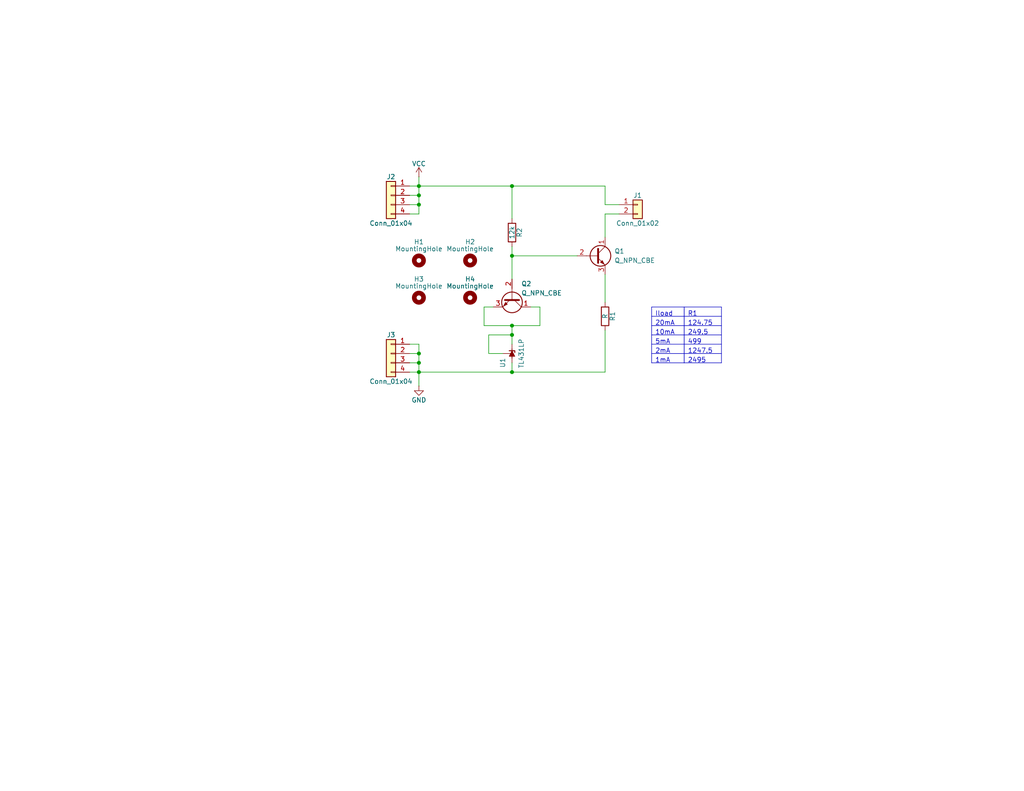
<source format=kicad_sch>
(kicad_sch (version 20250114) (generator "eeschema") (generator_version "9.0")
  (paper "A")
  (title_block (title "Constant Current Sink Test PCB") (date "2025-03-07") (company "Perry Leumas") (comment 1 "Source: ") (comment 2 "http://www.loosweb.de/constant_current_sources/doc/en/index.html") (comment 3 "Circuit 6 with TL431 subsituting TLV431"))
  (lib_symbols
    (symbol "Connector_Generic:Conn_01x02" (pin_names (offset 1.016) (hide yes))
      (property "Reference" "J" (at 0 2.54 0))
      (property "Value" "Conn_01x02" (at 0 -5.08 0))
      (symbol "Conn_01x02_1_1"
        (rectangle (start -1.27 1.27) (end 1.27 -3.81) (stroke (width 0.254)) (fill (type background)))
        (rectangle (start -1.27 0.127) (end 0 -0.127) (stroke (width 0.1524)))
        (rectangle (start -1.27 -2.413) (end 0 -2.667) (stroke (width 0.1524)))
        (pin passive line (at -5.08 0 0) (length 3.81) (name "Pin_1") (number "1"))
        (pin passive line (at -5.08 -2.54 0) (length 3.81) (name "Pin_2") (number "2"))
      )
    )
    (symbol "Connector_Generic:Conn_01x04" (pin_names (offset 1.016) (hide yes))
      (property "Reference" "J" (at 0 5.08 0))
      (property "Value" "Conn_01x04" (at 0 -7.62 0))
      (symbol "Conn_01x04_1_1"
        (rectangle (start -1.27 3.81) (end 1.27 -6.35) (stroke (width 0.254)) (fill (type background)))
        (rectangle (start -1.27 2.667) (end 0 2.413) (stroke (width 0.1524)))
        (rectangle (start -1.27 0.127) (end 0 -0.127) (stroke (width 0.1524)))
        (rectangle (start -1.27 -2.413) (end 0 -2.667) (stroke (width 0.1524)))
        (rectangle (start -1.27 -4.953) (end 0 -5.207) (stroke (width 0.1524)))
        (pin passive line (at -5.08 2.54 0) (length 3.81) (name "Pin_1") (number "1"))
        (pin passive line (at -5.08 0 0) (length 3.81) (name "Pin_2") (number "2"))
        (pin passive line (at -5.08 -2.54 0) (length 3.81) (name "Pin_3") (number "3"))
        (pin passive line (at -5.08 -5.08 0) (length 3.81) (name "Pin_4") (number "4"))
      )
    )
    (symbol "Device:R" (pin_numbers (hide yes)) (pin_names (offset 0))
      (property "Reference" "R" (at 2.032 0 90))
      (property "Value" "R" (at 0 0 90))
      (symbol "R_0_1"
        (rectangle (start -1.016 -2.54) (end 1.016 2.54) (stroke (width 0.254)))
      )
      (symbol "R_1_1"
        (pin passive line (at 0 3.81 270) (length 1.27) (name "~") (number "1"))
        (pin passive line (at 0 -3.81 90) (length 1.27) (name "~") (number "2"))
      )
    )
    (symbol "Mechanical:MountingHole" (pin_names (offset 1.016)) (exclude_from_sim yes) (in_bom no)
      (property "Reference" "H" (at 0 5.08 0))
      (property "Value" "MountingHole" (at 0 3.175 0))
      (symbol "MountingHole_0_1"
        (circle (center 0 0) (radius 1.27) (stroke (width 1.27)))
      )
    )
    (symbol "Reference_Voltage:TL431LP" (pin_numbers (hide yes)) (pin_names (hide yes))
      (property "Reference" "U" (at -2.54 2.54 0))
      (property "Value" "TL431LP" (at 0 -2.54 0))
      (symbol "TL431LP_0_1"
        (polyline (pts (xy -1.27 0) (xy 0 0) (xy 1.27 0)))
        (polyline (pts (xy -0.762 -0.762) (xy -0.762 0.762) (xy 0.762 0) (xy -0.762 -0.762)) (fill (type outline)))
        (polyline (pts (xy 0.254 -0.762) (xy 0.762 -0.762) (xy 0.762 0.762) (xy 0.762 0.762)) (stroke (width 0.254)))
      )
      (symbol "TL431LP_1_1"
        (pin passive line (at -2.54 0 0) (length 2.54) (name "A") (number "2"))
        (pin passive line (at 0 2.54 270) (length 2.54) (name "REF") (number "1"))
        (pin passive line (at 2.54 0 180) (length 2.54) (name "K") (number "3"))
      )
    )
    (symbol "Transistor_BJT:Q_NPN_CBE" (pin_names (offset 0) (hide yes))
      (property "Reference" "Q" (at 5.08 1.27 0))
      (property "Value" "Q_NPN_CBE" (at 5.08 -1.27 0))
      (symbol "Q_NPN_CBE_0_1"
        (polyline (pts (xy -2.54 0) (xy 0.635 0)))
        (polyline (pts (xy 0.635 1.905) (xy 0.635 -1.905)) (stroke (width 0.508)))
        (circle (center 1.27 0) (radius 2.8194) (stroke (width 0.254)))
      )
      (symbol "Q_NPN_CBE_1_1"
        (polyline (pts (xy 0.635 0.635) (xy 2.54 2.54)))
        (polyline (pts (xy 0.635 -0.635) (xy 2.54 -2.54)))
        (polyline (pts (xy 1.27 -1.778) (xy 1.778 -1.27) (xy 2.286 -2.286) (xy 1.27 -1.778)) (fill (type outline)))
        (pin input line (at -5.08 0 0) (length 2.54) (name "B") (number "2"))
        (pin passive line (at 2.54 5.08 270) (length 2.54) (name "C") (number "1"))
        (pin passive line (at 2.54 -5.08 90) (length 2.54) (name "E") (number "3"))
      )
    )
    (symbol "power:GND" (power) (pin_numbers (hide yes)) (pin_names (offset 0) (hide yes))
      (property "Value" "GND" (at 0 -3.81 0))
      (symbol "GND_0_1"
        (polyline (pts (xy 0 0) (xy 0 -1.27) (xy 1.27 -1.27) (xy 0 -2.54) (xy -1.27 -1.27) (xy 0 -1.27)))
      )
      (symbol "GND_1_1"
        (pin power_in line (at 0 0 270) (length 0) (name "~") (number "1"))
      )
    )
    (symbol "power:VCC" (power) (pin_numbers (hide yes)) (pin_names (offset 0) (hide yes))
      (property "Value" "VCC" (at 0 3.556 0))
      (symbol "VCC_0_1"
        (polyline (pts (xy -0.762 1.27) (xy 0 2.54)))
        (polyline (pts (xy 0 2.54) (xy 0.762 1.27)))
        (polyline (pts (xy 0 0) (xy 0 2.54)))
      )
      (symbol "VCC_1_1"
        (pin power_in line (at 0 0 90) (length 0) (name "~") (number "1"))
      )
    )
  )
  (junction (at 114.3 99.06))
  (junction (at 114.3 50.8))
  (junction (at 114.3 55.88))
  (junction (at 139.7 91.44))
  (junction (at 114.3 96.52))
  (junction (at 139.7 69.85))
  (junction (at 139.7 101.6))
  (junction (at 139.7 88.9))
  (junction (at 114.3 101.6))
  (junction (at 114.3 53.34))
  (junction (at 139.7 50.8))
  (wire (pts (xy 114.3 48.26) (xy 114.3 50.8)))
  (wire (pts (xy 133.35 96.52) (xy 133.35 91.44)))
  (wire (pts (xy 114.3 55.88) (xy 114.3 53.34)))
  (wire (pts (xy 139.7 69.85) (xy 139.7 76.2)))
  (wire (pts (xy 139.7 91.44) (xy 139.7 93.98)))
  (wire (pts (xy 165.1 55.88) (xy 165.1 50.8)))
  (wire (pts (xy 165.1 58.42) (xy 168.91 58.42)))
  (wire (pts (xy 139.7 67.31) (xy 139.7 69.85)))
  (wire (pts (xy 111.76 55.88) (xy 114.3 55.88)))
  (wire (pts (xy 111.76 53.34) (xy 114.3 53.34)))
  (wire (pts (xy 165.1 90.17) (xy 165.1 101.6)))
  (wire (pts (xy 139.7 50.8) (xy 139.7 59.69)))
  (wire (pts (xy 111.76 58.42) (xy 114.3 58.42)))
  (wire (pts (xy 165.1 101.6) (xy 139.7 101.6)))
  (wire (pts (xy 114.3 101.6) (xy 114.3 99.06)))
  (wire (pts (xy 114.3 99.06) (xy 114.3 96.52)))
  (wire (pts (xy 165.1 74.93) (xy 165.1 82.55)))
  (wire (pts (xy 114.3 93.98) (xy 111.76 93.98)))
  (wire (pts (xy 139.7 101.6) (xy 114.3 101.6)))
  (wire (pts (xy 157.48 69.85) (xy 139.7 69.85)))
  (wire (pts (xy 147.32 88.9) (xy 147.32 83.82)))
  (wire (pts (xy 144.78 83.82) (xy 147.32 83.82)))
  (wire (pts (xy 114.3 50.8) (xy 139.7 50.8)))
  (wire (pts (xy 165.1 50.8) (xy 139.7 50.8)))
  (wire (pts (xy 111.76 101.6) (xy 114.3 101.6)))
  (wire (pts (xy 139.7 99.06) (xy 139.7 101.6)))
  (wire (pts (xy 111.76 99.06) (xy 114.3 99.06)))
  (wire (pts (xy 114.3 105.41) (xy 114.3 101.6)))
  (wire (pts (xy 114.3 58.42) (xy 114.3 55.88)))
  (wire (pts (xy 111.76 96.52) (xy 114.3 96.52)))
  (wire (pts (xy 165.1 64.77) (xy 165.1 58.42)))
  (wire (pts (xy 168.91 55.88) (xy 165.1 55.88)))
  (wire (pts (xy 114.3 53.34) (xy 114.3 50.8)))
  (wire (pts (xy 139.7 88.9) (xy 147.32 88.9)))
  (wire (pts (xy 132.08 88.9) (xy 139.7 88.9)))
  (wire (pts (xy 132.08 83.82) (xy 132.08 88.9)))
  (wire (pts (xy 134.62 83.82) (xy 132.08 83.82)))
  (wire (pts (xy 139.7 88.9) (xy 139.7 91.44)))
  (wire (pts (xy 133.35 91.44) (xy 139.7 91.44)))
  (wire (pts (xy 114.3 96.52) (xy 114.3 93.98)))
  (wire (pts (xy 137.16 96.52) (xy 133.35 96.52)))
  (wire (pts (xy 111.76 50.8) (xy 114.3 50.8)))
  (table (column_count 1) (border (external yes) (header yes)) (separators (rows yes) (cols yes)) (column_widths 10.16) (row_heights 2.54 2.54 2.54 2.54 2.54 2.54) (cells (table_cell "R1" (at 186.69 83.82 0) (size 10.16 2.54) (margins 0.9525 0.9525 0.9525 0.9525) (span 1 1)) (table_cell "124.75" (at 186.69 86.36 0) (size 10.16 2.54) (margins 0.9525 0.9525 0.9525 0.9525) (span 1 1)) (table_cell "249.5" (at 186.69 88.9 0) (size 10.16 2.54) (margins 0.9525 0.9525 0.9525 0.9525) (span 1 1)) (table_cell "499" (at 186.69 91.44 0) (size 10.16 2.54) (margins 0.9525 0.9525 0.9525 0.9525) (span 1 1)) (table_cell "1247.5" (at 186.69 93.98 0) (size 10.16 2.54) (margins 0.9525 0.9525 0.9525 0.9525) (span 1 1)) (table_cell "2495" (at 186.69 96.52 0) (size 10.16 2.54) (margins 0.9525 0.9525 0.9525 0.9525) (span 1 1))))
  (table (column_count 1) (border (external yes) (header yes)) (separators (rows yes) (cols yes)) (column_widths 8.89) (row_heights 2.54 2.54 2.54 2.54 2.54 2.54) (cells (table_cell "Iload" (at 177.8 83.82 0) (size 8.89 2.54) (margins 0.9525 0.9525 0.9525 0.9525) (span 1 1)) (table_cell "20mA" (at 177.8 86.36 0) (size 8.89 2.54) (margins 0.9525 0.9525 0.9525 0.9525) (span 1 1)) (table_cell "10mA" (at 177.8 88.9 0) (size 8.89 2.54) (margins 0.9525 0.9525 0.9525 0.9525) (span 1 1)) (table_cell "5mA" (at 177.8 91.44 0) (size 8.89 2.54) (margins 0.9525 0.9525 0.9525 0.9525) (span 1 1)) (table_cell "2mA" (at 177.8 93.98 0) (size 8.89 2.54) (margins 0.9525 0.9525 0.9525 0.9525) (span 1 1)) (table_cell "1mA" (at 177.8 96.52 0) (size 8.89 2.54) (margins 0.9525 0.9525 0.9525 0.9525) (span 1 1))))
  (symbol (lib_id "Transistor_BJT:Q_NPN_CBE") (at 162.56 69.85 0) (unit 1)
    (property "Reference" "Q1" (at 167.64 68.58 0) (effects (justify left)))
    (property "Value" "Q_NPN_CBE" (at 167.64 71.12 0) (effects (justify left)))
    (property "Footprint" "Package_TO_SOT_THT:TO-92_Wide" (effects (hide yes)))
    (property "Description" "NPN transistor, collector/base/emitter" (effects (hide yes)))
  )
  (symbol (lib_id "power:VCC") (at 114.3 48.26 0) (unit 1)
    (property "Reference" "#PWR03" (effects (hide yes)))
    (property "Value" "VCC" (at 114.3 44.704 0))
    (property "Description" "Power symbol creates a global label with name \"VCC\"" (effects (hide yes)))
  )
  (symbol (lib_id "Connector_Generic:Conn_01x02") (at 173.99 55.88 0) (unit 1)
    (property "Reference" "J1" (at 173.99 53.34 0))
    (property "Value" "Conn_01x02" (at 173.99 60.96 0))
    (property "Footprint" "Connector_PinHeader_2.54mm:PinHeader_1x02_P2.54mm_Vertical" (effects (hide yes)))
    (property "Description" "Generic connector, single row, 01x02, script generated (kicad-library-utils/schlib/autogen/connector/)" (effects (hide yes)))
  )
  (symbol (lib_id "Connector_Generic:Conn_01x04") (at 106.68 53.34 0) (mirror y) (unit 1)
    (property "Reference" "J2" (at 106.68 48.26 0))
    (property "Value" "Conn_01x04" (at 106.68 60.96 0))
    (property "Footprint" "Connector_PinHeader_2.54mm:PinHeader_1x04_P2.54mm_Vertical" (effects (hide yes)))
    (property "Description" "Generic connector, single row, 01x04, script generated (kicad-library-utils/schlib/autogen/connector/)" (effects (hide yes)))
  )
  (symbol (lib_id "Reference_Voltage:TL431LP") (at 139.7 96.52 90) (unit 1)
    (property "Reference" "U1" (at 137.16 99.06 0))
    (property "Value" "TL431LP" (at 142.24 96.52 0))
    (property "Footprint" "Package_TO_SOT_THT:TO-92_Wide" (effects (hide yes)))
    (property "Datasheet" "http://www.ti.com/lit/ds/symlink/tl431.pdf" (effects (hide yes)))
    (property "Description" "Shunt Regulator, TO-92" (effects (hide yes)))
  )
  (symbol (lib_id "Device:R") (at 139.7 63.5 0) (unit 1)
    (property "Reference" "R2" (at 141.732 63.5 90))
    (property "Value" "12k" (at 139.7 63.5 90))
    (property "Footprint" "Resistor_THT:R_Axial_DIN0207_L6.3mm_D2.5mm_P10.16mm_Horizontal" (effects (hide yes)))
    (property "Description" "Resistor" (effects (hide yes)))
  )
  (symbol (lib_id "power:GND") (at 114.3 105.41 0) (unit 1)
    (property "Reference" "#PWR04" (effects (hide yes)))
    (property "Value" "GND" (at 114.3 109.22 0))
    (property "Description" "Power symbol creates a global label with name \"GND\" , ground" (effects (hide yes)))
  )
  (symbol (lib_id "Mechanical:MountingHole") (at 128.27 71.12 0) (unit 1) (exclude_from_sim yes) (in_bom no)
    (property "Reference" "H2" (at 128.27 66.04 0))
    (property "Value" "MountingHole" (at 128.27 67.945 0))
    (property "Footprint" "MountingHole:MountingHole_3.2mm_M3" (effects (hide yes)))
    (property "Description" "Mounting Hole without connection" (effects (hide yes)))
  )
  (symbol (lib_id "Device:R") (at 165.1 86.36 0) (unit 1)
    (property "Reference" "R1" (at 167.132 86.36 90))
    (property "Value" "R" (at 165.1 86.36 90))
    (property "Footprint" "Resistor_THT:R_Axial_DIN0207_L6.3mm_D2.5mm_P10.16mm_Horizontal" (effects (hide yes)))
    (property "Description" "Resistor" (effects (hide yes)))
  )
  (symbol (lib_id "Mechanical:MountingHole") (at 128.27 81.28 0) (unit 1) (exclude_from_sim yes) (in_bom no)
    (property "Reference" "H4" (at 128.27 76.2 0))
    (property "Value" "MountingHole" (at 128.27 78.105 0))
    (property "Footprint" "MountingHole:MountingHole_3.2mm_M3" (effects (hide yes)))
    (property "Description" "Mounting Hole without connection" (effects (hide yes)))
  )
  (symbol (lib_id "Transistor_BJT:Q_NPN_CBE") (at 139.7 81.28 270) (unit 1)
    (property "Reference" "Q2" (at 142.24 77.47 90) (effects (justify left)))
    (property "Value" "Q_NPN_CBE" (at 142.24 80.01 90) (effects (justify left)))
    (property "Footprint" "Package_TO_SOT_THT:TO-92_Wide" (effects (hide yes)))
    (property "Description" "NPN transistor, collector/base/emitter" (effects (hide yes)))
  )
  (symbol (lib_id "Mechanical:MountingHole") (at 114.3 81.28 0) (unit 1) (exclude_from_sim yes) (in_bom no)
    (property "Reference" "H3" (at 114.3 76.2 0))
    (property "Value" "MountingHole" (at 114.3 78.105 0))
    (property "Footprint" "MountingHole:MountingHole_3.2mm_M3" (effects (hide yes)))
    (property "Description" "Mounting Hole without connection" (effects (hide yes)))
  )
  (symbol (lib_id "Connector_Generic:Conn_01x04") (at 106.68 96.52 0) (mirror y) (unit 1)
    (property "Reference" "J3" (at 106.68 91.44 0))
    (property "Value" "Conn_01x04" (at 106.68 104.14 0))
    (property "Footprint" "Connector_PinHeader_2.54mm:PinHeader_1x04_P2.54mm_Vertical" (effects (hide yes)))
    (property "Description" "Generic connector, single row, 01x04, script generated (kicad-library-utils/schlib/autogen/connector/)" (effects (hide yes)))
  )
  (symbol (lib_id "Mechanical:MountingHole") (at 114.3 71.12 0) (unit 1) (exclude_from_sim yes) (in_bom no)
    (property "Reference" "H1" (at 114.3 66.04 0))
    (property "Value" "MountingHole" (at 114.3 67.945 0))
    (property "Footprint" "MountingHole:MountingHole_3.2mm_M3" (effects (hide yes)))
    (property "Description" "Mounting Hole without connection" (effects (hide yes)))
  )
)
</source>
